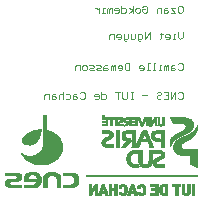
<source format=gbo>
G04 Layer_Color=32896*
%FSLAX44Y44*%
%MOMM*%
G71*
G01*
G75*
%ADD39C,0.0254*%
%ADD40C,0.1000*%
D39*
X181310Y212516D02*
X183088D01*
X197058D02*
X198836D01*
X234650D02*
X236428D01*
X153370Y212770D02*
X155148D01*
X158450D02*
X160482D01*
X161244D02*
X163530D01*
X167340D02*
X169626D01*
X170388D02*
X172420D01*
X175214D02*
X177500D01*
X180548D02*
X183850D01*
X186136D02*
X188168D01*
X192232D02*
X194264D01*
X196296D02*
X199598D01*
X205440D02*
X211790D01*
X215346D02*
X220172D01*
X226776D02*
X228808D01*
X233888D02*
X237190D01*
X240746D02*
X242778D01*
X153370Y213024D02*
X155402D01*
X158450D02*
X160482D01*
X161498D02*
X163530D01*
X167340D02*
X169372D01*
X170388D02*
X172420D01*
X175214D02*
X177246D01*
X180040D02*
X184104D01*
X186136D02*
X188422D01*
X191978D02*
X194264D01*
X195788D02*
X199852D01*
X205440D02*
X211790D01*
X214838D02*
X220172D01*
X226776D02*
X228808D01*
X233380D02*
X237698D01*
X240746D02*
X242778D01*
X153370Y213278D02*
X155402D01*
X158450D02*
X160482D01*
X161498D02*
X163530D01*
X167340D02*
X169372D01*
X170388D02*
X172420D01*
X175214D02*
X177246D01*
X179786D02*
X184612D01*
X186136D02*
X188422D01*
X191978D02*
X194264D01*
X195534D02*
X200360D01*
X205440D02*
X211790D01*
X214584D02*
X220172D01*
X226776D02*
X228808D01*
X233126D02*
X237952D01*
X240746D02*
X242778D01*
X153370Y213532D02*
X155656D01*
X158450D02*
X160482D01*
X161498D02*
X163784D01*
X167086D02*
X169372D01*
X170388D02*
X172420D01*
X175214D02*
X177246D01*
X179532D02*
X184866D01*
X186390D02*
X188422D01*
X191978D02*
X194010D01*
X195280D02*
X200614D01*
X205440D02*
X211790D01*
X214330D02*
X220172D01*
X226776D02*
X228808D01*
X232872D02*
X238206D01*
X240746D02*
X242778D01*
X153370Y213786D02*
X155910D01*
X158450D02*
X160482D01*
X161752D02*
X163784D01*
X167086D02*
X169118D01*
X170388D02*
X172420D01*
X175214D02*
X177246D01*
X179278D02*
X185120D01*
X186390D02*
X188676D01*
X191724D02*
X194010D01*
X195026D02*
X200868D01*
X205440D02*
X211790D01*
X214076D02*
X220172D01*
X226776D02*
X228808D01*
X232618D02*
X238460D01*
X240746D02*
X242778D01*
X153370Y214040D02*
X155910D01*
X158450D02*
X160482D01*
X161752D02*
X163784D01*
X167086D02*
X169118D01*
X170388D02*
X172420D01*
X175214D02*
X177246D01*
X179024D02*
X185120D01*
X186644D02*
X188676D01*
X191724D02*
X193756D01*
X194772D02*
X200868D01*
X205440D02*
X211790D01*
X213822D02*
X220172D01*
X226776D02*
X228808D01*
X232618D02*
X238714D01*
X240746D02*
X242778D01*
X153370Y214294D02*
X156164D01*
X158450D02*
X160482D01*
X162006D02*
X168864D01*
X170388D02*
X172420D01*
X175214D02*
X177246D01*
X179024D02*
X181564D01*
X182580D02*
X185374D01*
X186644D02*
X193756D01*
X194772D02*
X197312D01*
X198328D02*
X201122D01*
X205440D02*
X211790D01*
X213822D02*
X220172D01*
X226776D02*
X228808D01*
X232364D02*
X234904D01*
X236174D02*
X238714D01*
X240746D02*
X242778D01*
X153370Y214548D02*
X156418D01*
X158450D02*
X160482D01*
X162006D02*
X168864D01*
X170388D02*
X172420D01*
X175214D02*
X177246D01*
X179024D02*
X181310D01*
X183088D02*
X185374D01*
X186644D02*
X193756D01*
X194518D02*
X197058D01*
X198836D02*
X201122D01*
X209758D02*
X211790D01*
X213568D02*
X216108D01*
X218140D02*
X220172D01*
X226776D02*
X228808D01*
X232364D02*
X234650D01*
X236682D02*
X238968D01*
X240746D02*
X242778D01*
X153370Y214802D02*
X156418D01*
X158450D02*
X160482D01*
X162006D02*
X168864D01*
X170388D02*
X172420D01*
X175214D02*
X177246D01*
X178770D02*
X181056D01*
X183342D02*
X185628D01*
X186898D02*
X193502D01*
X194518D02*
X196804D01*
X199090D02*
X201376D01*
X209758D02*
X211790D01*
X213568D02*
X215854D01*
X218140D02*
X220172D01*
X226776D02*
X228808D01*
X232110D02*
X234396D01*
X236682D02*
X238968D01*
X240746D02*
X242778D01*
X153370Y215056D02*
X156672D01*
X158450D02*
X160482D01*
X162260D02*
X168610D01*
X170388D02*
X172420D01*
X175214D02*
X177246D01*
X178770D02*
X180802D01*
X183342D02*
X185628D01*
X186898D02*
X193502D01*
X194518D02*
X196550D01*
X199090D02*
X201376D01*
X209758D02*
X211790D01*
X213568D02*
X215600D01*
X218140D02*
X220172D01*
X226776D02*
X228808D01*
X232110D02*
X234142D01*
X236936D02*
X238968D01*
X240746D02*
X242778D01*
X153370Y215310D02*
X156672D01*
X158450D02*
X160482D01*
X162260D02*
X168610D01*
X170388D02*
X172420D01*
X175214D02*
X177246D01*
X178770D02*
X180802D01*
X183596D02*
X185628D01*
X186898D02*
X193502D01*
X194518D02*
X196550D01*
X199090D02*
X201376D01*
X209758D02*
X211790D01*
X213314D02*
X215600D01*
X218140D02*
X220172D01*
X226776D02*
X228808D01*
X232110D02*
X234142D01*
X236936D02*
X238968D01*
X240746D02*
X242778D01*
X98630Y219166D02*
X107012D01*
X114886D02*
X118188D01*
X126316D02*
X129364D01*
X131650D02*
X138762D01*
X153370Y215564D02*
X156926D01*
X158450D02*
X160482D01*
X162260D02*
X168610D01*
X170388D02*
X172420D01*
X175214D02*
X177246D01*
X183596D02*
X185628D01*
X187152D02*
X193248D01*
X199344D02*
X201376D01*
X209758D02*
X211790D01*
X213314D02*
X215600D01*
X218140D02*
X220172D01*
X226776D02*
X228808D01*
X232110D02*
X234142D01*
X236936D02*
X238968D01*
X240746D02*
X242778D01*
X85676Y219420D02*
X96090D01*
X98630D02*
X108790D01*
X114886D02*
X118188D01*
X126316D02*
X129364D01*
X131650D02*
X140540D01*
X153370Y215818D02*
X157180D01*
X158450D02*
X160482D01*
X162514D02*
X168356D01*
X170388D02*
X172420D01*
X175214D02*
X177246D01*
X183596D02*
X185628D01*
X187152D02*
X193248D01*
X199344D02*
X201376D01*
X209758D02*
X211790D01*
X213314D02*
X215600D01*
X218140D02*
X220172D01*
X226776D02*
X228808D01*
X232110D02*
X234142D01*
X236936D02*
X238968D01*
X240746D02*
X242778D01*
X84914Y219674D02*
X96090D01*
X98630D02*
X109552D01*
X114886D02*
X118188D01*
X126316D02*
X129364D01*
X131650D02*
X141048D01*
X153370Y216072D02*
X157180D01*
X158450D02*
X160482D01*
X162514D02*
X164546D01*
X166324D02*
X168356D01*
X170388D02*
X172420D01*
X175214D02*
X177246D01*
X183596D02*
X185628D01*
X187152D02*
X189184D01*
X190962D02*
X193248D01*
X199344D02*
X201376D01*
X209758D02*
X211790D01*
X213314D02*
X215600D01*
X218140D02*
X220172D01*
X226776D02*
X228808D01*
X232110D02*
X234142D01*
X236936D02*
X238968D01*
X240746D02*
X242778D01*
X84406Y219928D02*
X96090D01*
X98630D02*
X110060D01*
X114886D02*
X118188D01*
X126316D02*
X129364D01*
X131650D02*
X142064D01*
X153370Y216326D02*
X157434D01*
X158450D02*
X160482D01*
X162514D02*
X164546D01*
X166324D02*
X168356D01*
X170388D02*
X172420D01*
X175214D02*
X177246D01*
X183596D02*
X185628D01*
X187406D02*
X189438D01*
X190962D02*
X192994D01*
X199344D02*
X201376D01*
X209758D02*
X211790D01*
X213314D02*
X215600D01*
X218140D02*
X220172D01*
X226776D02*
X228808D01*
X232110D02*
X234142D01*
X236936D02*
X238968D01*
X240746D02*
X242778D01*
X83898Y220182D02*
X96090D01*
X98630D02*
X110314D01*
X114886D02*
X118188D01*
X126316D02*
X129364D01*
X131650D02*
X142318D01*
X153370Y216580D02*
X157688D01*
X158450D02*
X160482D01*
X162768D02*
X164800D01*
X166070D02*
X168102D01*
X170388D02*
X177246D01*
X183596D02*
X185628D01*
X187406D02*
X189438D01*
X190962D02*
X192994D01*
X199344D02*
X201376D01*
X205948D02*
X211790D01*
X213314D02*
X215346D01*
X218140D02*
X220172D01*
X226776D02*
X228808D01*
X232110D02*
X234142D01*
X236936D02*
X238968D01*
X240746D02*
X242778D01*
X83644Y220436D02*
X96090D01*
X98630D02*
X110822D01*
X114886D02*
X118188D01*
X126316D02*
X129364D01*
X131650D02*
X142572D01*
X153370Y216834D02*
X155148D01*
X155402D02*
X157688D01*
X158450D02*
X160482D01*
X162768D02*
X164800D01*
X166070D02*
X168102D01*
X170388D02*
X177246D01*
X183596D02*
X185628D01*
X187660D02*
X189692D01*
X190708D02*
X192740D01*
X199344D02*
X201376D01*
X205948D02*
X211790D01*
X213314D02*
X215346D01*
X218140D02*
X220172D01*
X226776D02*
X228808D01*
X232110D02*
X234142D01*
X236936D02*
X238968D01*
X240746D02*
X242778D01*
X83390Y220690D02*
X96090D01*
X98630D02*
X111076D01*
X114886D02*
X118188D01*
X126316D02*
X129364D01*
X131650D02*
X142826D01*
X153370Y217088D02*
X155148D01*
X155656D02*
X157942D01*
X158450D02*
X160482D01*
X163022D02*
X164800D01*
X166070D02*
X167848D01*
X170388D02*
X177246D01*
X183596D02*
X185628D01*
X187660D02*
X189692D01*
X190708D02*
X192740D01*
X199344D02*
X201376D01*
X205948D02*
X211790D01*
X213314D02*
X215346D01*
X218140D02*
X220172D01*
X226776D02*
X228808D01*
X232110D02*
X234142D01*
X236936D02*
X238968D01*
X240746D02*
X242778D01*
X82882Y220944D02*
X96090D01*
X98630D02*
X111584D01*
X114886D02*
X118188D01*
X126316D02*
X129364D01*
X131650D02*
X143334D01*
X153370Y217342D02*
X155148D01*
X155656D02*
X158196D01*
X158450D02*
X160482D01*
X163022D02*
X165054D01*
X165816D02*
X167848D01*
X170388D02*
X177246D01*
X183596D02*
X185628D01*
X187660D02*
X189692D01*
X190708D02*
X192740D01*
X199344D02*
X201376D01*
X205948D02*
X211790D01*
X213314D02*
X215346D01*
X218140D02*
X220172D01*
X226776D02*
X228808D01*
X232110D02*
X234142D01*
X236936D02*
X238968D01*
X240746D02*
X242778D01*
X82628Y221198D02*
X96090D01*
X98630D02*
X111584D01*
X114886D02*
X118188D01*
X126316D02*
X129364D01*
X131650D02*
X143588D01*
X153370Y217596D02*
X155148D01*
X155910D02*
X158196D01*
X158450D02*
X160482D01*
X163022D02*
X165054D01*
X165816D02*
X167848D01*
X170388D02*
X177246D01*
X183596D02*
X185628D01*
X187914D02*
X189946D01*
X190454D02*
X192486D01*
X199344D02*
X201376D01*
X205948D02*
X211790D01*
X213314D02*
X215346D01*
X218140D02*
X220172D01*
X226776D02*
X228808D01*
X232110D02*
X234142D01*
X236936D02*
X238968D01*
X240746D02*
X242778D01*
X82628Y221452D02*
X96090D01*
X98376D02*
X111838D01*
X114886D02*
X118188D01*
X126316D02*
X129364D01*
X131650D02*
X143842D01*
X153370Y217850D02*
X155148D01*
X156164D02*
X160482D01*
X163276D02*
X165054D01*
X165816D02*
X167594D01*
X170388D02*
X177246D01*
X183596D02*
X185628D01*
X187914D02*
X189946D01*
X190454D02*
X192486D01*
X199344D02*
X201376D01*
X205948D02*
X211790D01*
X213314D02*
X215346D01*
X218140D02*
X220172D01*
X226776D02*
X228808D01*
X232110D02*
X234142D01*
X236936D02*
X238968D01*
X240746D02*
X242778D01*
X82628Y221706D02*
X87200D01*
X107266D02*
X112092D01*
X114886D02*
X118188D01*
X126316D02*
X129364D01*
X138762D02*
X144096D01*
X153370Y218104D02*
X155148D01*
X156164D02*
X160482D01*
X163276D02*
X165308D01*
X165562D02*
X167594D01*
X170388D02*
X177246D01*
X183596D02*
X185628D01*
X187914D02*
X189946D01*
X190454D02*
X192486D01*
X199344D02*
X201376D01*
X206202D02*
X211790D01*
X213314D02*
X215600D01*
X218140D02*
X220172D01*
X226776D02*
X228808D01*
X232110D02*
X234142D01*
X236936D02*
X238968D01*
X240746D02*
X242778D01*
X82628Y221960D02*
X86946D01*
X107520D02*
X112092D01*
X114886D02*
X118188D01*
X126316D02*
X129364D01*
X139016D02*
X144096D01*
X153370Y218358D02*
X155148D01*
X156418D02*
X160482D01*
X163276D02*
X165308D01*
X165562D02*
X167594D01*
X170388D02*
X172420D01*
X175214D02*
X177246D01*
X183596D02*
X185628D01*
X188168D02*
X189946D01*
X190200D02*
X192232D01*
X199344D02*
X201376D01*
X209758D02*
X211790D01*
X213314D02*
X215600D01*
X218140D02*
X220172D01*
X226776D02*
X228808D01*
X232110D02*
X234142D01*
X236936D02*
X238968D01*
X240746D02*
X242778D01*
X82628Y222214D02*
X86438D01*
X108028D02*
X112346D01*
X114886D02*
X118188D01*
X126316D02*
X129364D01*
X139778D02*
X144096D01*
X153370Y218612D02*
X155148D01*
X156672D02*
X160482D01*
X163530D02*
X165308D01*
X165562D02*
X167340D01*
X170388D02*
X172420D01*
X175214D02*
X177246D01*
X183596D02*
X185628D01*
X188168D02*
X192232D01*
X199344D02*
X201376D01*
X209758D02*
X211790D01*
X213314D02*
X215600D01*
X218140D02*
X220172D01*
X226776D02*
X228808D01*
X232110D02*
X234142D01*
X236936D02*
X238968D01*
X240746D02*
X242778D01*
X82628Y222468D02*
X86438D01*
X108282D02*
X112600D01*
X114886D02*
X118188D01*
X126316D02*
X129364D01*
X140032D02*
X144350D01*
X153370Y218866D02*
X155148D01*
X156672D02*
X160482D01*
X163530D02*
X167340D01*
X170388D02*
X172420D01*
X175214D02*
X177246D01*
X178770D02*
X180802D01*
X183596D02*
X185628D01*
X188168D02*
X192232D01*
X194264D02*
X196550D01*
X199344D02*
X201376D01*
X209758D02*
X211790D01*
X213314D02*
X215600D01*
X218140D02*
X220172D01*
X226776D02*
X228808D01*
X232110D02*
X234142D01*
X236936D02*
X238968D01*
X240746D02*
X242778D01*
X82628Y222722D02*
X86438D01*
X108790D02*
X112600D01*
X114886D02*
X118188D01*
X126316D02*
X129364D01*
X140286D02*
X144604D01*
X153370Y219120D02*
X155148D01*
X156926D02*
X160482D01*
X163530D02*
X167340D01*
X170388D02*
X172420D01*
X175214D02*
X177246D01*
X178770D02*
X180802D01*
X183342D02*
X185628D01*
X188422D02*
X191978D01*
X194518D02*
X196550D01*
X199090D02*
X201376D01*
X209758D02*
X211790D01*
X213314D02*
X215600D01*
X218140D02*
X220172D01*
X226776D02*
X228808D01*
X232110D02*
X234142D01*
X236936D02*
X238968D01*
X240746D02*
X242778D01*
X82628Y222976D02*
X86438D01*
X109044D02*
X112600D01*
X114886D02*
X118188D01*
X126316D02*
X129364D01*
X140540D02*
X144858D01*
X153370Y219374D02*
X155148D01*
X157180D02*
X160482D01*
X163784D02*
X167086D01*
X170388D02*
X172420D01*
X175214D02*
X177246D01*
X178770D02*
X181056D01*
X183342D02*
X185628D01*
X188422D02*
X191978D01*
X194518D02*
X196804D01*
X199090D02*
X201376D01*
X209758D02*
X211790D01*
X213568D02*
X215600D01*
X218140D02*
X220172D01*
X226776D02*
X228808D01*
X232110D02*
X234142D01*
X236936D02*
X238968D01*
X240746D02*
X242778D01*
X82628Y223230D02*
X86438D01*
X109044D02*
X112854D01*
X114886D02*
X118188D01*
X126316D02*
X129364D01*
X140794D02*
X144858D01*
X153370Y219628D02*
X155148D01*
X157180D02*
X160482D01*
X163784D02*
X167086D01*
X170388D02*
X172420D01*
X175214D02*
X177246D01*
X178770D02*
X181056D01*
X183088D02*
X185374D01*
X188676D02*
X191978D01*
X194518D02*
X196804D01*
X198836D02*
X201122D01*
X209758D02*
X211790D01*
X213568D02*
X215854D01*
X218140D02*
X220172D01*
X226776D02*
X228808D01*
X232110D02*
X234142D01*
X236936D02*
X238968D01*
X240746D02*
X242778D01*
X82628Y223484D02*
X86438D01*
X109298D02*
X112854D01*
X114886D02*
X118188D01*
X126316D02*
X129364D01*
X141048D02*
X144858D01*
X153370Y219882D02*
X155148D01*
X157434D02*
X160482D01*
X164038D02*
X166832D01*
X170388D02*
X172420D01*
X175214D02*
X177246D01*
X179024D02*
X181310D01*
X182834D02*
X185374D01*
X188676D02*
X191724D01*
X194772D02*
X197058D01*
X198582D02*
X201122D01*
X209758D02*
X211790D01*
X213568D02*
X216108D01*
X218140D02*
X220172D01*
X226776D02*
X228808D01*
X232110D02*
X234142D01*
X236936D02*
X238968D01*
X240746D02*
X242778D01*
X82628Y223738D02*
X86438D01*
X109552D02*
X113108D01*
X114886D02*
X118188D01*
X126316D02*
X129364D01*
X141048D02*
X144858D01*
X153370Y220136D02*
X155148D01*
X157434D02*
X160482D01*
X164038D02*
X166832D01*
X170388D02*
X172420D01*
X175214D02*
X177246D01*
X179024D02*
X185374D01*
X188676D02*
X191724D01*
X194772D02*
X201122D01*
X205440D02*
X211790D01*
X213822D02*
X220172D01*
X224236D02*
X231094D01*
X232110D02*
X234142D01*
X236936D02*
X238968D01*
X240746D02*
X242778D01*
X82628Y223992D02*
X86946D01*
X109552D02*
X113108D01*
X114886D02*
X118188D01*
X126316D02*
X129364D01*
X141048D02*
X144858D01*
X153370Y220390D02*
X155148D01*
X157688D02*
X160482D01*
X164038D02*
X166832D01*
X170388D02*
X172420D01*
X175214D02*
X177246D01*
X179278D02*
X185120D01*
X188930D02*
X191470D01*
X195026D02*
X200868D01*
X205440D02*
X211790D01*
X213822D02*
X220172D01*
X224236D02*
X231094D01*
X232110D02*
X234142D01*
X236936D02*
X238968D01*
X240746D02*
X242778D01*
X82628Y224246D02*
X87200D01*
X109552D02*
X113108D01*
X114886D02*
X118188D01*
X126316D02*
X129364D01*
X141048D02*
X144858D01*
X153370Y220644D02*
X155148D01*
X157942D02*
X160482D01*
X164292D02*
X166578D01*
X170388D02*
X172420D01*
X175214D02*
X177246D01*
X179278D02*
X184866D01*
X188930D02*
X191470D01*
X195026D02*
X200614D01*
X205440D02*
X211790D01*
X214076D02*
X220172D01*
X224236D02*
X231094D01*
X232110D02*
X234142D01*
X236936D02*
X238968D01*
X240746D02*
X242778D01*
X82628Y224500D02*
X91772D01*
X98376D02*
X113108D01*
X114886D02*
X118188D01*
X126316D02*
X129364D01*
X141302D02*
X144858D01*
X153370Y220898D02*
X155148D01*
X157942D02*
X160482D01*
X164292D02*
X166578D01*
X170388D02*
X172420D01*
X175214D02*
X177246D01*
X179532D02*
X184612D01*
X188930D02*
X191470D01*
X195280D02*
X200360D01*
X205440D02*
X211790D01*
X214330D02*
X220172D01*
X224236D02*
X231094D01*
X232110D02*
X234142D01*
X236936D02*
X238968D01*
X240746D02*
X242778D01*
X83136Y224754D02*
X94058D01*
X98376D02*
X113108D01*
X114886D02*
X118188D01*
X126316D02*
X129364D01*
X141302D02*
X144858D01*
X153370Y221152D02*
X155148D01*
X158196D02*
X160482D01*
X164292D02*
X166578D01*
X170388D02*
X172420D01*
X175214D02*
X177246D01*
X179786D02*
X184358D01*
X189184D02*
X191216D01*
X195534D02*
X200106D01*
X205440D02*
X211790D01*
X214584D02*
X220172D01*
X224236D02*
X231094D01*
X232110D02*
X234142D01*
X236936D02*
X238968D01*
X240746D02*
X242778D01*
X83136Y225008D02*
X94312D01*
X98376D02*
X113108D01*
X114886D02*
X118188D01*
X126316D02*
X129364D01*
X141302D02*
X144858D01*
X153370Y221406D02*
X155148D01*
X158450D02*
X160482D01*
X164546D02*
X166324D01*
X170388D02*
X172420D01*
X175214D02*
X177246D01*
X180294D02*
X184104D01*
X189184D02*
X191216D01*
X196042D02*
X199852D01*
X205440D02*
X211790D01*
X214838D02*
X220172D01*
X224236D02*
X231094D01*
X232110D02*
X234142D01*
X236936D02*
X238968D01*
X240746D02*
X242778D01*
X83390Y225262D02*
X95074D01*
X98376D02*
X113108D01*
X114886D02*
X118188D01*
X126316D02*
X129364D01*
X141302D02*
X144858D01*
X153370Y221660D02*
X155148D01*
X158450D02*
X160482D01*
X164546D02*
X166324D01*
X170388D02*
X172420D01*
X175214D02*
X177500D01*
X180802D02*
X183596D01*
X189184D02*
X191216D01*
X196550D02*
X199344D01*
X205440D02*
X211790D01*
X215346D02*
X220172D01*
X224236D02*
X231094D01*
X232110D02*
X234142D01*
X236936D02*
X238968D01*
X240746D02*
X242778D01*
X83644Y225516D02*
X95328D01*
X98376D02*
X113108D01*
X114886D02*
X118188D01*
X126316D02*
X129364D01*
X141302D02*
X144858D01*
X84152Y225770D02*
X95836D01*
X98376D02*
X113108D01*
X114886D02*
X118188D01*
X126316D02*
X129364D01*
X141302D02*
X144858D01*
X84406Y226024D02*
X95836D01*
X98376D02*
X113108D01*
X114886D02*
X118442D01*
X126316D02*
X129364D01*
X141302D02*
X144858D01*
X85422Y226278D02*
X96090D01*
X98376D02*
X113108D01*
X114886D02*
X118442D01*
X126316D02*
X129364D01*
X141302D02*
X144858D01*
X86184Y226532D02*
X96090D01*
X98376D02*
X113108D01*
X114886D02*
X118442D01*
X126316D02*
X129364D01*
X141302D02*
X144858D01*
X91772Y226786D02*
X96090D01*
X98376D02*
X101932D01*
X109552D02*
X113108D01*
X114886D02*
X118442D01*
X126062D02*
X129364D01*
X141048D02*
X144858D01*
X92280Y227040D02*
X96090D01*
X98376D02*
X101932D01*
X109552D02*
X113108D01*
X115140D02*
X118442D01*
X126062D02*
X129364D01*
X141048D02*
X144858D01*
X92534Y227294D02*
X96344D01*
X98376D02*
X101932D01*
X109552D02*
X112854D01*
X115140D02*
X118442D01*
X126062D02*
X129364D01*
X141048D02*
X144858D01*
X92534Y227548D02*
X96344D01*
X98376D02*
X101932D01*
X109552D02*
X112854D01*
X115140D02*
X118442D01*
X125808D02*
X129364D01*
X140794D02*
X144858D01*
X92534Y227802D02*
X96344D01*
X98376D02*
X101932D01*
X109552D02*
X112854D01*
X115140D02*
X118696D01*
X125808D02*
X129364D01*
X140794D02*
X144858D01*
X92534Y228056D02*
X96344D01*
X98630D02*
X101932D01*
X109298D02*
X112600D01*
X115140D02*
X118696D01*
X125554D02*
X129364D01*
X140286D02*
X144604D01*
X92534Y228310D02*
X96344D01*
X98630D02*
X102186D01*
X109298D02*
X112600D01*
X115140D02*
X118696D01*
X125554D02*
X129364D01*
X140286D02*
X144604D01*
X92534Y228564D02*
X96344D01*
X98630D02*
X102440D01*
X109044D02*
X112600D01*
X115394D02*
X119204D01*
X125300D02*
X129364D01*
X140286D02*
X144350D01*
X92280Y228818D02*
X96090D01*
X98884D02*
X102694D01*
X108790D02*
X112092D01*
X115648D02*
X119712D01*
X124792D02*
X128856D01*
X139524D02*
X144096D01*
X91772Y229072D02*
X96090D01*
X99138D02*
X102694D01*
X108536D02*
X112092D01*
X115648D02*
X119966D01*
X124538D02*
X128856D01*
X139016D02*
X144096D01*
X90502Y229326D02*
X96090D01*
X99392D02*
X102948D01*
X108028D02*
X111838D01*
X115902D02*
X120474D01*
X124030D02*
X128856D01*
X137746D02*
X143842D01*
X82882Y229580D02*
X96090D01*
X99392D02*
X103710D01*
X107774D02*
X111838D01*
X115902D02*
X120982D01*
X123268D02*
X128602D01*
X131650D02*
X143588D01*
X82882Y229834D02*
X96090D01*
X99646D02*
X104218D01*
X107266D02*
X111584D01*
X116156D02*
X128348D01*
X131650D02*
X143334D01*
X82882Y230088D02*
X96090D01*
X99900D02*
X105234D01*
X105742D02*
X111584D01*
X116156D02*
X128094D01*
X131650D02*
X143334D01*
X82882Y230342D02*
X95836D01*
X100154D02*
X111330D01*
X116410D02*
X127840D01*
X131650D02*
X142826D01*
X82882Y230596D02*
X95074D01*
X100662D02*
X110568D01*
X116918D02*
X127332D01*
X131650D02*
X142318D01*
X82882Y230850D02*
X94820D01*
X100662D02*
X110314D01*
X117426D02*
X127078D01*
X131650D02*
X142064D01*
X82882Y231104D02*
X94058D01*
X101170D02*
X110060D01*
X117934D02*
X126824D01*
X131650D02*
X141302D01*
X82882Y231358D02*
X93804D01*
X101678D02*
X109552D01*
X118188D02*
X126316D01*
X131650D02*
X140794D01*
X82882Y231612D02*
X92026D01*
X102694D02*
X108790D01*
X118950D02*
X125300D01*
X131650D02*
X139270D01*
X102948Y231866D02*
X108536D01*
X119458D02*
X125046D01*
X150830Y229026D02*
X245572D01*
X150830Y229280D02*
X245572D01*
X150830Y229534D02*
X245572D01*
X150830Y229788D02*
X245572D01*
X111330Y238470D02*
X114886D01*
X109044Y238724D02*
X116918D01*
X108282Y238978D02*
X117680D01*
X107266Y239232D02*
X118696D01*
X106758Y239486D02*
X119458D01*
X105742Y239740D02*
X120220D01*
X200360Y236138D02*
X201884D01*
X105234Y239994D02*
X120474D01*
X191216Y236392D02*
X194518D01*
X199090D02*
X203154D01*
X210520D02*
X217378D01*
X104472Y240248D02*
X121744D01*
X189946Y236646D02*
X195534D01*
X198582D02*
X203916D01*
X209758D02*
X217378D01*
X244556D02*
X245064D01*
X103710Y240502D02*
X122506D01*
X189184Y236900D02*
X195788D01*
X198074D02*
X204424D01*
X209504D02*
X217378D01*
X244048D02*
X245064D01*
X103456Y240756D02*
X122506D01*
X188676Y237154D02*
X195534D01*
X197566D02*
X204678D01*
X208996D02*
X217378D01*
X243540D02*
X245064D01*
X102694Y241010D02*
X123014D01*
X188168Y237408D02*
X195534D01*
X197312D02*
X205186D01*
X208742D02*
X217378D01*
X242778D02*
X245064D01*
X102694Y241264D02*
X123268D01*
X187914Y237662D02*
X195280D01*
X197058D02*
X205440D01*
X208488D02*
X217378D01*
X242270D02*
X245064D01*
X101932Y241518D02*
X123776D01*
X187660Y237916D02*
X195280D01*
X196804D02*
X205694D01*
X208488D02*
X217378D01*
X241762D02*
X245064D01*
X101932Y241772D02*
X124284D01*
X187406Y238170D02*
X195026D01*
X196550D02*
X205948D01*
X208234D02*
X217378D01*
X241000D02*
X245064D01*
X101424Y242026D02*
X124538D01*
X187152Y238424D02*
X195026D01*
X196296D02*
X205948D01*
X208234D02*
X217378D01*
X240492D02*
X245064D01*
X100662Y242280D02*
X125046D01*
X186898Y238678D02*
X194772D01*
X196296D02*
X200106D01*
X202392D02*
X206202D01*
X207980D02*
X217124D01*
X239984D02*
X245064D01*
X100662Y242534D02*
X125300D01*
X186644Y238932D02*
X190962D01*
X196042D02*
X199598D01*
X202900D02*
X206202D01*
X207980D02*
X211028D01*
X239476D02*
X245064D01*
X100408Y242788D02*
X125554D01*
X186390Y239186D02*
X190200D01*
X196042D02*
X199090D01*
X203408D02*
X206456D01*
X207980D02*
X210520D01*
X239476D02*
X245064D01*
X100154Y243042D02*
X125808D01*
X186390Y239440D02*
X189946D01*
X195788D02*
X198836D01*
X203662D02*
X206456D01*
X207726D02*
X210520D01*
X239476D02*
X245064D01*
X99900Y243296D02*
X126316D01*
X186136Y239694D02*
X189692D01*
X195788D02*
X198836D01*
X203662D02*
X206710D01*
X207726D02*
X210520D01*
X239476D02*
X245064D01*
X99646Y243550D02*
X126316D01*
X186136Y239948D02*
X189438D01*
X195788D02*
X198582D01*
X203916D02*
X206710D01*
X207726D02*
X210520D01*
X239476D02*
X245064D01*
X99392Y243804D02*
X126824D01*
X185882Y240202D02*
X189184D01*
X195788D02*
X198582D01*
X203916D02*
X206710D01*
X207726D02*
X210520D01*
X239476D02*
X245064D01*
X99138Y244058D02*
X127078D01*
X185882Y240456D02*
X188930D01*
X195534D02*
X198582D01*
X203916D02*
X206710D01*
X207726D02*
X210520D01*
X239476D02*
X245064D01*
X98630Y244312D02*
X127332D01*
X185882Y240710D02*
X188676D01*
X195534D02*
X198582D01*
X203916D02*
X206710D01*
X207726D02*
X210520D01*
X239476D02*
X245064D01*
X98376Y244566D02*
X127332D01*
X185628Y240964D02*
X188676D01*
X195534D02*
X198582D01*
X203916D02*
X206710D01*
X207726D02*
X210774D01*
X239476D02*
X245064D01*
X98376Y244820D02*
X127586D01*
X185628Y241218D02*
X188676D01*
X195534D02*
X198582D01*
X204170D02*
X206710D01*
X207980D02*
X211028D01*
X239476D02*
X245064D01*
X98376Y245074D02*
X127840D01*
X185628Y241472D02*
X188422D01*
X195534D02*
X198582D01*
X204170D02*
X206710D01*
X207980D02*
X211536D01*
X239476D02*
X245064D01*
X98122Y245328D02*
X128094D01*
X185628Y241726D02*
X188422D01*
X195534D02*
X198582D01*
X204170D02*
X206710D01*
X208234D02*
X211790D01*
X239476D02*
X245064D01*
X97868Y245582D02*
X128094D01*
X185374Y241980D02*
X188422D01*
X195534D02*
X198582D01*
X204170D02*
X206710D01*
X208234D02*
X212298D01*
X239476D02*
X245064D01*
X97614Y245836D02*
X128348D01*
X185374Y242234D02*
X188168D01*
X195534D02*
X198582D01*
X204170D02*
X206710D01*
X208488D02*
X212806D01*
X239476D02*
X245064D01*
X97360Y246090D02*
X100662D01*
X106504D02*
X128856D01*
X185374Y242488D02*
X188168D01*
X195534D02*
X198582D01*
X204170D02*
X206710D01*
X208488D02*
X213314D01*
X239476D02*
X245064D01*
X97106Y246344D02*
X99392D01*
X107266D02*
X128856D01*
X185374Y242742D02*
X188168D01*
X195534D02*
X198582D01*
X204170D02*
X206710D01*
X208742D02*
X214076D01*
X239476D02*
X245064D01*
X96852Y246598D02*
X98884D01*
X107774D02*
X129110D01*
X185374Y242996D02*
X188168D01*
X195534D02*
X198582D01*
X204170D02*
X206710D01*
X208996D02*
X214330D01*
X239476D02*
X245064D01*
X96852Y246852D02*
X98376D01*
X108536D02*
X129364D01*
X185374Y243250D02*
X188168D01*
X195534D02*
X198582D01*
X204170D02*
X206710D01*
X209250D02*
X214838D01*
X239476D02*
X245064D01*
X96852Y247106D02*
X98122D01*
X108790D02*
X129364D01*
X185374Y243504D02*
X188168D01*
X195534D02*
X198582D01*
X204170D02*
X206710D01*
X209758D02*
X215346D01*
X239476D02*
X245064D01*
X96598Y247360D02*
X97360D01*
X109552D02*
X129364D01*
X185374Y243758D02*
X188168D01*
X195534D02*
X198582D01*
X204170D02*
X206710D01*
X210012D02*
X215600D01*
X239476D02*
X245064D01*
X96344Y247614D02*
X97106D01*
X109552D02*
X129364D01*
X185374Y244012D02*
X188168D01*
X195534D02*
X198582D01*
X204170D02*
X206710D01*
X210520D02*
X215854D01*
X239476D02*
X245064D01*
X96090Y247868D02*
X96852D01*
X110060D02*
X129618D01*
X185374Y244266D02*
X188168D01*
X195534D02*
X198582D01*
X204170D02*
X206710D01*
X211028D02*
X216108D01*
X239476D02*
X245064D01*
X110822Y248122D02*
X129872D01*
X185374Y244520D02*
X188168D01*
X195534D02*
X198582D01*
X204170D02*
X206710D01*
X211536D02*
X216362D01*
X239476D02*
X245064D01*
X111076Y248376D02*
X129872D01*
X185374Y244774D02*
X188422D01*
X195534D02*
X198582D01*
X204170D02*
X206710D01*
X212044D02*
X216616D01*
X239476D02*
X245064D01*
X111330Y248630D02*
X129872D01*
X185374Y245028D02*
X188422D01*
X195534D02*
X198582D01*
X204170D02*
X206710D01*
X212552D02*
X216870D01*
X239476D02*
X245064D01*
X111330Y248884D02*
X129872D01*
X185628Y245282D02*
X188422D01*
X195534D02*
X198582D01*
X204170D02*
X206710D01*
X213060D02*
X216870D01*
X239476D02*
X245064D01*
X111838Y249138D02*
X130126D01*
X185628Y245536D02*
X188676D01*
X195534D02*
X198582D01*
X204170D02*
X206710D01*
X213568D02*
X217124D01*
X239476D02*
X245064D01*
X111838Y249392D02*
X130126D01*
X185628Y245790D02*
X188676D01*
X195534D02*
X198582D01*
X204170D02*
X206710D01*
X213822D02*
X217124D01*
X239476D02*
X245064D01*
X112346Y249646D02*
X130380D01*
X185882Y246044D02*
X188930D01*
X195534D02*
X198582D01*
X204170D02*
X206710D01*
X214330D02*
X217124D01*
X239476D02*
X245064D01*
X112346Y249900D02*
X130380D01*
X185882Y246298D02*
X188930D01*
X195534D02*
X198582D01*
X204170D02*
X206710D01*
X214330D02*
X217124D01*
X239476D02*
X245064D01*
X112600Y250154D02*
X130634D01*
X185882Y246552D02*
X189184D01*
X195534D02*
X198582D01*
X204170D02*
X206710D01*
X214584D02*
X217124D01*
X232110D02*
X245064D01*
X113108Y250408D02*
X130634D01*
X186136Y246806D02*
X189438D01*
X195534D02*
X198582D01*
X204170D02*
X206710D01*
X214584D02*
X217124D01*
X230586D02*
X245064D01*
X113108Y250662D02*
X130634D01*
X186136Y247060D02*
X189692D01*
X195534D02*
X198582D01*
X204170D02*
X206710D01*
X214584D02*
X217124D01*
X229824D02*
X245064D01*
X113362Y250916D02*
X130634D01*
X186390Y247314D02*
X189946D01*
X195534D02*
X198582D01*
X204170D02*
X206710D01*
X214584D02*
X217124D01*
X229062D02*
X245064D01*
X113616Y251170D02*
X130634D01*
X186390Y247568D02*
X190454D01*
X195534D02*
X198582D01*
X204170D02*
X206710D01*
X214330D02*
X217124D01*
X228554D02*
X245064D01*
X113870Y251424D02*
X130634D01*
X186644Y247822D02*
X191216D01*
X195534D02*
X198582D01*
X204170D02*
X206710D01*
X214076D02*
X217124D01*
X228046D02*
X245064D01*
X113870Y251678D02*
X130634D01*
X186898Y248076D02*
X198582D01*
X204170D02*
X206710D01*
X208234D02*
X216870D01*
X227792D02*
X245064D01*
X113870Y251932D02*
X130888D01*
X187152Y248330D02*
X198582D01*
X204170D02*
X206710D01*
X207980D02*
X216870D01*
X227538D02*
X245064D01*
X114124Y252186D02*
X130888D01*
X187406Y248584D02*
X198582D01*
X204170D02*
X206710D01*
X207980D02*
X216870D01*
X227030D02*
X245064D01*
X113870Y252440D02*
X130888D01*
X187660Y248838D02*
X198582D01*
X204170D02*
X206710D01*
X207980D02*
X216616D01*
X226776D02*
X245064D01*
X114378Y252694D02*
X130888D01*
X187914Y249092D02*
X198582D01*
X204170D02*
X206710D01*
X207980D02*
X216362D01*
X226776D02*
X245064D01*
X114378Y252948D02*
X130888D01*
X188168Y249346D02*
X198582D01*
X204170D02*
X206710D01*
X207980D02*
X216108D01*
X226522D02*
X245064D01*
X114378Y253202D02*
X130888D01*
X188422Y249600D02*
X198582D01*
X204170D02*
X206710D01*
X207980D02*
X215854D01*
X226268D02*
X245064D01*
X114378Y253456D02*
X130888D01*
X188930Y249854D02*
X198582D01*
X204170D02*
X206710D01*
X207980D02*
X215600D01*
X226014D02*
X245064D01*
X114632Y253710D02*
X130888D01*
X189438Y250108D02*
X198582D01*
X204170D02*
X206710D01*
X207980D02*
X215092D01*
X226014D02*
X245064D01*
X114886Y253964D02*
X130888D01*
X190200Y250362D02*
X198582D01*
X204170D02*
X206710D01*
X207980D02*
X214330D01*
X225760D02*
X245064D01*
X114886Y254218D02*
X130888D01*
X225760Y250616D02*
X245064D01*
X114886Y254472D02*
X130888D01*
X225760Y250870D02*
X245064D01*
X114886Y254726D02*
X130888D01*
X225506Y251124D02*
X245064D01*
X115140Y254980D02*
X130888D01*
X225506Y251378D02*
X245064D01*
X103202Y255234D02*
X103456D01*
X115140D02*
X130888D01*
X225506Y251632D02*
X245064D01*
X100662Y255488D02*
X104980D01*
X115140D02*
X130634D01*
X225252Y251886D02*
X233380D01*
X100154Y255742D02*
X105234D01*
X115140D02*
X130634D01*
X225252Y252140D02*
X232618D01*
X98884Y255996D02*
X106504D01*
X115140D02*
X130634D01*
X225252Y252394D02*
X232110D01*
X98376Y256250D02*
X107012D01*
X115140D02*
X130634D01*
X225252Y252648D02*
X231856D01*
X98376Y256504D02*
X107266D01*
X115140D02*
X130634D01*
X225252Y252902D02*
X231856D01*
X97868Y256758D02*
X107520D01*
X115140D02*
X130380D01*
X176230Y253156D02*
X179024D01*
X181056D02*
X181310D01*
X206202D02*
X207980D01*
X225252D02*
X231602D01*
X97614Y257012D02*
X108028D01*
X115140D02*
X130380D01*
X167086Y253410D02*
X173944D01*
X176230D02*
X179278D01*
X181056D02*
X184358D01*
X189692D02*
X192486D01*
X192740D02*
X195534D01*
X204932D02*
X207980D01*
X214838D02*
X217378D01*
X225252D02*
X231602D01*
X97614Y257266D02*
X108028D01*
X115140D02*
X130380D01*
X166578Y253664D02*
X173944D01*
X176230D02*
X179278D01*
X181310D02*
X184612D01*
X189946D02*
X192486D01*
X192740D02*
X195534D01*
X204932D02*
X207726D01*
X214838D02*
X217378D01*
X222204D02*
X222458D01*
X225252D02*
X231348D01*
X97360Y257520D02*
X108282D01*
X115140D02*
X130126D01*
X166070Y253918D02*
X173944D01*
X176230D02*
X179278D01*
X181564D02*
X184866D01*
X189946D02*
X192486D01*
X192740D02*
X195788D01*
X204932D02*
X207726D01*
X214838D02*
X217378D01*
X222204D02*
X222712D01*
X225252D02*
X231348D01*
X97106Y257774D02*
X108790D01*
X115140D02*
X130126D01*
X165816Y254172D02*
X173944D01*
X176230D02*
X179278D01*
X181818D02*
X185120D01*
X189946D02*
X192486D01*
X192994D02*
X195788D01*
X204678D02*
X207726D01*
X214838D02*
X217378D01*
X222204D02*
X222712D01*
X225252D02*
X231348D01*
X96852Y258028D02*
X109298D01*
X115140D02*
X129872D01*
X165308Y254426D02*
X173944D01*
X176230D02*
X179278D01*
X182072D02*
X185374D01*
X189946D02*
X192486D01*
X192994D02*
X196042D01*
X204678D02*
X207472D01*
X214838D02*
X217378D01*
X221950D02*
X222712D01*
X225252D02*
X231348D01*
X96852Y258282D02*
X109552D01*
X115140D02*
X129872D01*
X165308Y254680D02*
X173944D01*
X176230D02*
X179278D01*
X182326D02*
X185628D01*
X189946D02*
X192486D01*
X193248D02*
X196042D01*
X204424D02*
X207472D01*
X214838D02*
X217378D01*
X221950D02*
X222712D01*
X225252D02*
X231348D01*
X96852Y258536D02*
X109552D01*
X115140D02*
X129618D01*
X165054Y254934D02*
X173944D01*
X176230D02*
X179278D01*
X182580D02*
X185882D01*
X189946D02*
X192486D01*
X193248D02*
X196296D01*
X204424D02*
X207218D01*
X214838D02*
X217378D01*
X221950D02*
X222712D01*
X225252D02*
X231348D01*
X96852Y258790D02*
X109552D01*
X115140D02*
X129618D01*
X164800Y255188D02*
X173944D01*
X176230D02*
X179278D01*
X182580D02*
X186136D01*
X189946D02*
X192486D01*
X193502D02*
X196296D01*
X204424D02*
X207218D01*
X214838D02*
X217378D01*
X221950D02*
X222966D01*
X225506D02*
X231602D01*
X96852Y259044D02*
X109806D01*
X115140D02*
X129364D01*
X164800Y255442D02*
X173944D01*
X176230D02*
X179278D01*
X182834D02*
X186136D01*
X189946D02*
X192486D01*
X193502D02*
X196296D01*
X204170D02*
X207218D01*
X214838D02*
X217378D01*
X221950D02*
X222966D01*
X225506D02*
X231602D01*
X96852Y259298D02*
X110060D01*
X115140D02*
X129364D01*
X164546Y255696D02*
X173944D01*
X176230D02*
X179278D01*
X183088D02*
X186390D01*
X189946D02*
X192486D01*
X193756D02*
X196550D01*
X204170D02*
X206964D01*
X214838D02*
X217378D01*
X221950D02*
X223220D01*
X225506D02*
X231602D01*
X96852Y259552D02*
X110060D01*
X115140D02*
X129364D01*
X164546Y255950D02*
X167594D01*
X176230D02*
X179278D01*
X183342D02*
X186644D01*
X189946D02*
X192486D01*
X193756D02*
X196550D01*
X204170D02*
X206964D01*
X214838D02*
X217378D01*
X221950D02*
X223220D01*
X225506D02*
X231856D01*
X96852Y259806D02*
X110314D01*
X115140D02*
X129364D01*
X164546Y256204D02*
X167086D01*
X176230D02*
X179278D01*
X183596D02*
X186898D01*
X189946D02*
X192486D01*
X193756D02*
X196804D01*
X203916D02*
X206710D01*
X214838D02*
X217378D01*
X221950D02*
X223474D01*
X225760D02*
X232110D01*
X97106Y260060D02*
X110568D01*
X115140D02*
X129110D01*
X164546Y256458D02*
X167086D01*
X176230D02*
X179278D01*
X183850D02*
X187152D01*
X189946D02*
X192486D01*
X194010D02*
X196804D01*
X203916D02*
X206710D01*
X214838D02*
X217378D01*
X221950D02*
X223474D01*
X225760D02*
X232364D01*
X97106Y260314D02*
X110822D01*
X115140D02*
X128856D01*
X164546Y256712D02*
X167086D01*
X176230D02*
X179278D01*
X184104D02*
X187406D01*
X189946D02*
X192486D01*
X194010D02*
X197058D01*
X203662D02*
X206456D01*
X214838D02*
X217378D01*
X221950D02*
X223728D01*
X226014D02*
X232618D01*
X97360Y260568D02*
X110822D01*
X115140D02*
X128856D01*
X164292Y256966D02*
X166832D01*
X176230D02*
X179278D01*
X184358D02*
X187660D01*
X189946D02*
X192486D01*
X194264D02*
X197058D01*
X203662D02*
X206456D01*
X214838D02*
X217378D01*
X221950D02*
X223728D01*
X226014D02*
X233126D01*
X97614Y260822D02*
X111076D01*
X115140D02*
X128602D01*
X164292Y257220D02*
X166832D01*
X176230D02*
X179278D01*
X184612D02*
X187914D01*
X189946D02*
X192486D01*
X194264D02*
X197312D01*
X203662D02*
X206456D01*
X214838D02*
X217378D01*
X221950D02*
X223982D01*
X226268D02*
X233380D01*
X97614Y261076D02*
X111330D01*
X115140D02*
X128348D01*
X164292Y257474D02*
X167086D01*
X176230D02*
X179278D01*
X184866D02*
X188168D01*
X189946D02*
X192486D01*
X194518D02*
X197312D01*
X203408D02*
X206202D01*
X214838D02*
X217378D01*
X221950D02*
X224236D01*
X226522D02*
X233888D01*
X97868Y261330D02*
X111330D01*
X115140D02*
X128094D01*
X164546Y257728D02*
X167086D01*
X176230D02*
X179278D01*
X185120D02*
X188422D01*
X189946D02*
X192486D01*
X194518D02*
X197312D01*
X203408D02*
X206202D01*
X214838D02*
X217378D01*
X221950D02*
X224236D01*
X226522D02*
X234396D01*
X98122Y261584D02*
X111330D01*
X115140D02*
X128094D01*
X164546Y257982D02*
X167340D01*
X176230D02*
X179278D01*
X185374D02*
X188676D01*
X189946D02*
X192486D01*
X194772D02*
X205948D01*
X214838D02*
X217378D01*
X222204D02*
X224490D01*
X226776D02*
X234904D01*
X98376Y261838D02*
X111584D01*
X115140D02*
X127586D01*
X164546Y258236D02*
X167594D01*
X176230D02*
X179278D01*
X185628D02*
X188930D01*
X189946D02*
X192486D01*
X194772D02*
X205948D01*
X214838D02*
X217378D01*
X222204D02*
X224744D01*
X227030D02*
X235412D01*
X98376Y262092D02*
X111584D01*
X115140D02*
X127332D01*
X164546Y258490D02*
X167848D01*
X176230D02*
X179278D01*
X185882D02*
X189184D01*
X189946D02*
X192486D01*
X195026D02*
X205948D01*
X210012D02*
X214076D01*
X214838D02*
X217378D01*
X222204D02*
X224998D01*
X227284D02*
X235920D01*
X98630Y262346D02*
X111584D01*
X115140D02*
X127332D01*
X164800Y258744D02*
X168356D01*
X176230D02*
X179278D01*
X184612D02*
X189184D01*
X189946D02*
X192486D01*
X195026D02*
X205694D01*
X209250D02*
X214076D01*
X214838D02*
X217378D01*
X222204D02*
X225252D01*
X227538D02*
X236428D01*
X98884Y262600D02*
X111838D01*
X115140D02*
X127078D01*
X164800Y258998D02*
X168864D01*
X176230D02*
X179278D01*
X183850D02*
X188930D01*
X189946D02*
X192486D01*
X195280D02*
X205694D01*
X208488D02*
X213822D01*
X214838D02*
X217378D01*
X222458D02*
X225506D01*
X227792D02*
X236936D01*
X99138Y262854D02*
X111838D01*
X115140D02*
X127078D01*
X165054Y259252D02*
X169372D01*
X176230D02*
X179278D01*
X183342D02*
X188930D01*
X189946D02*
X192486D01*
X195280D02*
X205440D01*
X208234D02*
X213822D01*
X214838D02*
X217378D01*
X222458D02*
X225760D01*
X228046D02*
X237444D01*
X99392Y263108D02*
X111838D01*
X115140D02*
X126570D01*
X165308Y259506D02*
X169880D01*
X176230D02*
X179278D01*
X182834D02*
X188930D01*
X189946D02*
X192486D01*
X195280D02*
X205440D01*
X207726D02*
X213822D01*
X214838D02*
X217378D01*
X222458D02*
X226014D01*
X228300D02*
X237698D01*
X99646Y263362D02*
X111838D01*
X115140D02*
X126316D01*
X165308Y259760D02*
X170388D01*
X176230D02*
X179278D01*
X182580D02*
X188676D01*
X189946D02*
X192486D01*
X195534D02*
X205440D01*
X207472D02*
X213568D01*
X214838D02*
X217378D01*
X222712D02*
X226268D01*
X228808D02*
X238206D01*
X100154Y263616D02*
X112092D01*
X115140D02*
X126062D01*
X165562Y260014D02*
X170896D01*
X176230D02*
X179278D01*
X182326D02*
X188676D01*
X189946D02*
X192486D01*
X195534D02*
X205186D01*
X207218D02*
X213568D01*
X214838D02*
X217378D01*
X222712D02*
X226522D01*
X229062D02*
X238714D01*
X100662Y263870D02*
X112092D01*
X115140D02*
X125554D01*
X165816Y260268D02*
X171404D01*
X176230D02*
X179278D01*
X182072D02*
X188676D01*
X189946D02*
X192486D01*
X195788D02*
X198582D01*
X202392D02*
X205186D01*
X206964D02*
X213568D01*
X214838D02*
X217378D01*
X222966D02*
X227030D01*
X229570D02*
X238968D01*
X100662Y264124D02*
X112346D01*
X115140D02*
X125300D01*
X166324Y260522D02*
X171912D01*
X176230D02*
X179278D01*
X181818D02*
X188422D01*
X189946D02*
X192486D01*
X195788D02*
X198582D01*
X202138D02*
X204932D01*
X206710D02*
X213314D01*
X214838D02*
X217378D01*
X222966D02*
X227284D01*
X229824D02*
X239476D01*
X100916Y264378D02*
X112346D01*
X115140D02*
X125046D01*
X166578Y260776D02*
X172166D01*
X176230D02*
X179278D01*
X181818D02*
X186390D01*
X189946D02*
X192486D01*
X196042D02*
X198836D01*
X202138D02*
X204932D01*
X206710D02*
X211028D01*
X214838D02*
X217378D01*
X223220D02*
X227792D01*
X230332D02*
X239730D01*
X101170Y264632D02*
X112346D01*
X115140D02*
X124792D01*
X167086Y261030D02*
X172420D01*
X176230D02*
X179278D01*
X181564D02*
X185374D01*
X189946D02*
X192486D01*
X196042D02*
X198836D01*
X202138D02*
X204932D01*
X206456D02*
X210012D01*
X214838D02*
X217378D01*
X223474D02*
X228046D01*
X230840D02*
X239984D01*
X101424Y264886D02*
X112346D01*
X115140D02*
X124538D01*
X167594Y261284D02*
X172674D01*
X176230D02*
X179278D01*
X181564D02*
X184866D01*
X189946D02*
X192486D01*
X196296D02*
X199090D01*
X201884D02*
X204678D01*
X206456D02*
X209504D01*
X214838D02*
X217378D01*
X223474D02*
X228554D01*
X231348D02*
X240492D01*
X101932Y265140D02*
X112600D01*
X115140D02*
X124284D01*
X168102Y261538D02*
X172928D01*
X176230D02*
X179278D01*
X181310D02*
X184358D01*
X189946D02*
X192486D01*
X196296D02*
X199090D01*
X201884D02*
X204678D01*
X206456D02*
X209250D01*
X214838D02*
X217378D01*
X223728D02*
X229062D01*
X231856D02*
X240746D01*
X102186Y265394D02*
X112600D01*
X115140D02*
X124030D01*
X168610Y261792D02*
X173182D01*
X176230D02*
X179278D01*
X181310D02*
X184104D01*
X189946D02*
X192486D01*
X196550D02*
X199344D01*
X201630D02*
X204424D01*
X206202D02*
X208996D01*
X214838D02*
X217378D01*
X223982D02*
X229316D01*
X232618D02*
X241000D01*
X102694Y265648D02*
X112600D01*
X115140D02*
X123268D01*
X169118Y262046D02*
X173182D01*
X176230D02*
X179278D01*
X181310D02*
X184104D01*
X189946D02*
X192486D01*
X196550D02*
X199344D01*
X201630D02*
X204424D01*
X206202D02*
X208996D01*
X214838D02*
X217378D01*
X224236D02*
X229824D01*
X233126D02*
X241254D01*
X103202Y265902D02*
X112600D01*
X115140D02*
X122760D01*
X169626Y262300D02*
X173436D01*
X176230D02*
X179278D01*
X181310D02*
X183850D01*
X189946D02*
X192486D01*
X196550D02*
X199344D01*
X201630D02*
X204170D01*
X206202D02*
X208996D01*
X214838D02*
X217378D01*
X224490D02*
X230332D01*
X233634D02*
X241508D01*
X103710Y266156D02*
X112600D01*
X115140D02*
X122506D01*
X170134Y262554D02*
X173436D01*
X176230D02*
X179278D01*
X181310D02*
X183850D01*
X189946D02*
X192486D01*
X196804D02*
X199598D01*
X201376D02*
X204170D01*
X206202D02*
X208742D01*
X214838D02*
X217378D01*
X224744D02*
X230840D01*
X234396D02*
X241762D01*
X104472Y266410D02*
X112600D01*
X115140D02*
X121744D01*
X170388Y262808D02*
X173690D01*
X176230D02*
X179278D01*
X181310D02*
X183850D01*
X189946D02*
X192486D01*
X196804D02*
X199598D01*
X201376D02*
X204170D01*
X206202D02*
X208742D01*
X214838D02*
X217378D01*
X224998D02*
X231602D01*
X234904D02*
X242016D01*
X104726Y266664D02*
X112854D01*
X115140D02*
X121236D01*
X170896Y263062D02*
X173690D01*
X176230D02*
X179278D01*
X181310D02*
X183850D01*
X189946D02*
X192486D01*
X197058D02*
X199852D01*
X201122D02*
X203916D01*
X206202D02*
X208742D01*
X214838D02*
X217378D01*
X225506D02*
X232110D01*
X235666D02*
X242270D01*
X105234Y266918D02*
X112854D01*
X115140D02*
X120474D01*
X170896Y263316D02*
X173690D01*
X176230D02*
X179278D01*
X181310D02*
X183850D01*
X189946D02*
X192486D01*
X197058D02*
X199852D01*
X201122D02*
X203916D01*
X206202D02*
X208742D01*
X214838D02*
X217378D01*
X225760D02*
X232618D01*
X236174D02*
X242524D01*
X105742Y267172D02*
X112854D01*
X115140D02*
X120474D01*
X171150Y263570D02*
X173690D01*
X176230D02*
X179278D01*
X181310D02*
X183850D01*
X189946D02*
X192486D01*
X197312D02*
X200106D01*
X201122D02*
X203662D01*
X206202D02*
X208742D01*
X214838D02*
X217378D01*
X226014D02*
X233126D01*
X236682D02*
X242778D01*
X106758Y267426D02*
X112854D01*
X115140D02*
X119458D01*
X171150Y263824D02*
X173690D01*
X176230D02*
X179278D01*
X181310D02*
X184104D01*
X189946D02*
X192486D01*
X197312D02*
X200106D01*
X200868D02*
X203662D01*
X206202D02*
X208996D01*
X214838D02*
X217378D01*
X226522D02*
X233888D01*
X237190D02*
X242778D01*
X107266Y267680D02*
X112854D01*
X115140D02*
X118696D01*
X171150Y264078D02*
X173690D01*
X176230D02*
X179278D01*
X181310D02*
X184104D01*
X189946D02*
X192486D01*
X197566D02*
X200106D01*
X200868D02*
X203662D01*
X206202D02*
X208996D01*
X214838D02*
X217378D01*
X227030D02*
X234396D01*
X237952D02*
X243032D01*
X108790Y267934D02*
X113108D01*
X115140D02*
X117426D01*
X171150Y264332D02*
X173690D01*
X176230D02*
X179278D01*
X181310D02*
X184358D01*
X189946D02*
X192486D01*
X197566D02*
X200360D01*
X200614D02*
X203408D01*
X206202D02*
X209250D01*
X214838D02*
X217378D01*
X227284D02*
X234904D01*
X238460D02*
X243286D01*
X110822Y268188D02*
X113108D01*
X115140D02*
X117172D01*
X170896Y264586D02*
X173690D01*
X176230D02*
X179278D01*
X181564D02*
X184612D01*
X189946D02*
X192486D01*
X197820D02*
X200360D01*
X200614D02*
X203408D01*
X206456D02*
X209504D01*
X214838D02*
X217378D01*
X227792D02*
X235412D01*
X238968D02*
X243286D01*
X115140Y268442D02*
X117172D01*
X170896Y264840D02*
X173690D01*
X176230D02*
X179278D01*
X181564D02*
X185120D01*
X189946D02*
X192486D01*
X197820D02*
X203154D01*
X206456D02*
X210012D01*
X214838D02*
X217378D01*
X228300D02*
X235920D01*
X239476D02*
X243540D01*
X115140Y268696D02*
X117172D01*
X164800Y265094D02*
X165054D01*
X169880D02*
X173436D01*
X176230D02*
X179278D01*
X181564D02*
X186390D01*
X189946D02*
X192486D01*
X198074D02*
X203154D01*
X206456D02*
X211282D01*
X214838D02*
X217378D01*
X228808D02*
X236428D01*
X239730D02*
X243540D01*
X115140Y268950D02*
X117172D01*
X164800Y265348D02*
X173436D01*
X176230D02*
X179278D01*
X181818D02*
X192486D01*
X198074D02*
X203154D01*
X206710D02*
X217378D01*
X229316D02*
X236936D01*
X240238D02*
X243794D01*
X115140Y269204D02*
X117172D01*
X164800Y265602D02*
X173436D01*
X176230D02*
X179278D01*
X182072D02*
X192486D01*
X198074D02*
X202900D01*
X206964D02*
X217378D01*
X229824D02*
X237444D01*
X240492D02*
X243794D01*
X115140Y269458D02*
X117172D01*
X164800Y265856D02*
X173182D01*
X176230D02*
X179278D01*
X182072D02*
X192486D01*
X198328D02*
X202900D01*
X206964D02*
X217378D01*
X230332D02*
X237952D01*
X241000D02*
X244048D01*
X115140Y269712D02*
X117172D01*
X164800Y266110D02*
X172928D01*
X176230D02*
X179278D01*
X182326D02*
X192486D01*
X198328D02*
X202646D01*
X207218D02*
X217378D01*
X230840D02*
X238206D01*
X241254D02*
X244048D01*
X115140Y269966D02*
X117172D01*
X164800Y266364D02*
X172674D01*
X176230D02*
X179278D01*
X182580D02*
X192486D01*
X198582D02*
X202646D01*
X207472D02*
X217378D01*
X231348D02*
X238714D01*
X241762D02*
X244302D01*
X115140Y270220D02*
X117172D01*
X164800Y266618D02*
X172420D01*
X176230D02*
X179278D01*
X183088D02*
X192486D01*
X198582D02*
X202646D01*
X207980D02*
X217378D01*
X231856D02*
X238968D01*
X242016D02*
X244302D01*
X115140Y270474D02*
X117172D01*
X164800Y266872D02*
X172166D01*
X176230D02*
X179278D01*
X183596D02*
X192486D01*
X198836D02*
X202392D01*
X208488D02*
X217378D01*
X232364D02*
X239222D01*
X242270D02*
X244302D01*
X115140Y270728D02*
X117172D01*
X164800Y267126D02*
X171658D01*
X176230D02*
X179278D01*
X184358D02*
X192486D01*
X198836D02*
X202392D01*
X209250D02*
X217378D01*
X232872D02*
X239476D01*
X242524D02*
X244556D01*
X115140Y270982D02*
X117172D01*
X164800Y267380D02*
X170896D01*
X176230D02*
X179278D01*
X185374D02*
X192486D01*
X199090D02*
X202138D01*
X210520D02*
X217378D01*
X233126D02*
X239730D01*
X242778D02*
X244556D01*
X115140Y271236D02*
X117172D01*
X233634Y267634D02*
X239984D01*
X243032D02*
X244556D01*
X115140Y271490D02*
X117172D01*
X234142Y267888D02*
X240238D01*
X243286D02*
X244810D01*
X115140Y271744D02*
X117172D01*
X234396Y268142D02*
X240492D01*
X243286D02*
X244810D01*
X115140Y271998D02*
X117172D01*
X234650Y268396D02*
X240746D01*
X243540D02*
X244810D01*
X115140Y272252D02*
X117172D01*
X234904Y268650D02*
X240746D01*
X243794D02*
X244810D01*
X115140Y272506D02*
X117172D01*
X234904Y268904D02*
X241000D01*
X243794D02*
X244810D01*
X115140Y272760D02*
X117172D01*
X235158Y269158D02*
X241254D01*
X244048D02*
X245064D01*
X115140Y273014D02*
X117172D01*
X235412Y269412D02*
X241254D01*
X244302D02*
X245064D01*
X115140Y273268D02*
X117172D01*
X235412Y269666D02*
X241254D01*
X244302D02*
X245064D01*
X115140Y273522D02*
X117172D01*
X235412Y269920D02*
X241508D01*
X244302D02*
X245064D01*
X115140Y273776D02*
X117172D01*
X235412Y270174D02*
X241508D01*
X244556D02*
X245064D01*
X115140Y274030D02*
X117172D01*
X235666Y270428D02*
X241508D01*
X244556D02*
X245064D01*
X115140Y274284D02*
X117172D01*
X235666Y270682D02*
X241762D01*
X244810D02*
X245064D01*
X115140Y274538D02*
X117172D01*
X235666Y270936D02*
X241762D01*
X244810D02*
X245064D01*
X115140Y274792D02*
X117172D01*
X183088Y271190D02*
X183342D01*
X197566D02*
X198836D01*
X204932D02*
X205948D01*
X214076D02*
X215092D01*
X235666D02*
X241762D01*
X244810D02*
X245064D01*
X115140Y275046D02*
X117172D01*
X164800Y271444D02*
X169372D01*
X171658D02*
X173436D01*
X175468D02*
X177246D01*
X178770D02*
X182834D01*
X183088D02*
X184866D01*
X187406D02*
X188930D01*
X189692D02*
X194518D01*
X197312D02*
X199090D01*
X201884D02*
X203916D01*
X204424D02*
X206456D01*
X209250D02*
X211028D01*
X213060D02*
X216108D01*
X235412D02*
X241762D01*
X244810D02*
X245064D01*
X115140Y275300D02*
X117172D01*
X164800Y271698D02*
X169372D01*
X171658D02*
X173436D01*
X175468D02*
X177246D01*
X178516D02*
X182834D01*
X183342D02*
X185120D01*
X187406D02*
X188930D01*
X189692D02*
X194518D01*
X197312D02*
X199344D01*
X201884D02*
X203916D01*
X204424D02*
X206710D01*
X209250D02*
X210774D01*
X212806D02*
X216362D01*
X235412D02*
X241762D01*
X115140Y275554D02*
X117172D01*
X164800Y271952D02*
X169372D01*
X171658D02*
X173436D01*
X175468D02*
X177246D01*
X178262D02*
X182834D01*
X183596D02*
X185374D01*
X187406D02*
X188930D01*
X189692D02*
X194518D01*
X197312D02*
X199598D01*
X201884D02*
X203916D01*
X204424D02*
X206964D01*
X209250D02*
X210774D01*
X212298D02*
X216616D01*
X235412D02*
X241762D01*
X115140Y275808D02*
X117172D01*
X164800Y272206D02*
X169372D01*
X171658D02*
X173436D01*
X175468D02*
X177246D01*
X178008D02*
X182834D01*
X183850D02*
X185628D01*
X187406D02*
X188930D01*
X189692D02*
X194518D01*
X197058D02*
X199598D01*
X201884D02*
X203916D01*
X204424D02*
X206964D01*
X209250D02*
X210774D01*
X212298D02*
X216870D01*
X235158D02*
X241762D01*
X115140Y276062D02*
X117172D01*
X164800Y272460D02*
X169372D01*
X171658D02*
X173436D01*
X175468D02*
X177246D01*
X178008D02*
X182834D01*
X184104D02*
X185882D01*
X187406D02*
X188930D01*
X189692D02*
X194518D01*
X197058D02*
X199598D01*
X201884D02*
X203916D01*
X204424D02*
X207218D01*
X209250D02*
X210774D01*
X212044D02*
X214076D01*
X215092D02*
X217124D01*
X234904D02*
X241762D01*
X115140Y276316D02*
X117172D01*
X167848Y272714D02*
X169372D01*
X171658D02*
X173436D01*
X175468D02*
X177246D01*
X177754D02*
X179532D01*
X184358D02*
X186136D01*
X187406D02*
X188930D01*
X192740D02*
X194518D01*
X197058D02*
X199852D01*
X201884D02*
X203916D01*
X204424D02*
X207218D01*
X209250D02*
X210774D01*
X211790D02*
X213568D01*
X215600D02*
X217124D01*
X234650D02*
X241762D01*
X115140Y276570D02*
X117172D01*
X167848Y272968D02*
X169372D01*
X171658D02*
X173436D01*
X175468D02*
X177246D01*
X177754D02*
X179278D01*
X184612D02*
X186390D01*
X187406D02*
X188930D01*
X192740D02*
X194518D01*
X196804D02*
X199852D01*
X201884D02*
X203916D01*
X204424D02*
X207472D01*
X209250D02*
X210774D01*
X211790D02*
X213314D01*
X215854D02*
X217378D01*
X234142D02*
X241762D01*
X115140Y276824D02*
X117172D01*
X167848Y273222D02*
X169372D01*
X171658D02*
X173436D01*
X175468D02*
X177246D01*
X177754D02*
X179278D01*
X184866D02*
X186644D01*
X187406D02*
X188930D01*
X192740D02*
X194518D01*
X196804D02*
X200106D01*
X201884D02*
X203916D01*
X204424D02*
X207726D01*
X209250D02*
X210774D01*
X211790D02*
X213314D01*
X215854D02*
X217378D01*
X224998D02*
X241762D01*
X115140Y277078D02*
X117172D01*
X167848Y273476D02*
X169372D01*
X171658D02*
X173436D01*
X175468D02*
X177246D01*
X177754D02*
X179278D01*
X185120D02*
X186898D01*
X187406D02*
X188930D01*
X192740D02*
X194518D01*
X196550D02*
X198328D01*
X198582D02*
X200106D01*
X201884D02*
X203916D01*
X204424D02*
X207726D01*
X209250D02*
X210774D01*
X211790D02*
X213314D01*
X215854D02*
X217378D01*
X224998D02*
X241762D01*
X115140Y277332D02*
X117172D01*
X167848Y273730D02*
X169372D01*
X171658D02*
X173436D01*
X175468D02*
X177246D01*
X177754D02*
X179532D01*
X185374D02*
X187152D01*
X187406D02*
X188930D01*
X192740D02*
X194518D01*
X196550D02*
X198074D01*
X198582D02*
X200106D01*
X201884D02*
X203916D01*
X204424D02*
X207980D01*
X209250D02*
X210774D01*
X211790D02*
X213314D01*
X215854D02*
X217378D01*
X224744D02*
X241508D01*
X115140Y277586D02*
X117172D01*
X167848Y273984D02*
X169372D01*
X171658D02*
X173436D01*
X175468D02*
X177246D01*
X178008D02*
X179786D01*
X184866D02*
X187152D01*
X187406D02*
X188930D01*
X192740D02*
X194518D01*
X196550D02*
X198074D01*
X198582D02*
X200360D01*
X201884D02*
X203916D01*
X204424D02*
X206202D01*
X206456D02*
X207980D01*
X209250D02*
X210774D01*
X211790D02*
X213314D01*
X215854D02*
X217378D01*
X224744D02*
X241508D01*
X115140Y277840D02*
X117172D01*
X167848Y274238D02*
X169372D01*
X171658D02*
X173436D01*
X175468D02*
X177246D01*
X178008D02*
X180294D01*
X184358D02*
X187152D01*
X187406D02*
X188930D01*
X192740D02*
X194518D01*
X196296D02*
X198074D01*
X198836D02*
X200360D01*
X201884D02*
X203916D01*
X204424D02*
X206202D01*
X206456D02*
X208234D01*
X209250D02*
X210774D01*
X211790D02*
X213314D01*
X215854D02*
X217378D01*
X224490D02*
X241508D01*
X115140Y278094D02*
X117172D01*
X165054Y274492D02*
X169372D01*
X171658D02*
X173436D01*
X175468D02*
X177246D01*
X178262D02*
X180802D01*
X183850D02*
X187152D01*
X187406D02*
X188930D01*
X190200D02*
X194518D01*
X196296D02*
X197820D01*
X198836D02*
X200614D01*
X201884D02*
X203916D01*
X204424D02*
X206202D01*
X206710D02*
X208234D01*
X209250D02*
X210774D01*
X211790D02*
X213314D01*
X215854D02*
X217378D01*
X224490D02*
X241254D01*
X115140Y278348D02*
X117172D01*
X165054Y274746D02*
X169372D01*
X171658D02*
X173436D01*
X175468D02*
X177246D01*
X178516D02*
X181310D01*
X183596D02*
X186898D01*
X187406D02*
X188930D01*
X190200D02*
X194518D01*
X196296D02*
X197820D01*
X199090D02*
X200614D01*
X201884D02*
X203916D01*
X204424D02*
X206202D01*
X206710D02*
X208488D01*
X209250D02*
X210774D01*
X211790D02*
X213314D01*
X215854D02*
X217378D01*
X224236D02*
X241254D01*
X115140Y278602D02*
X117172D01*
X165054Y275000D02*
X169372D01*
X171658D02*
X173436D01*
X175468D02*
X177246D01*
X178770D02*
X181818D01*
X183342D02*
X186898D01*
X187406D02*
X188930D01*
X189946D02*
X194518D01*
X196042D02*
X197566D01*
X199090D02*
X200614D01*
X201884D02*
X203916D01*
X204424D02*
X206202D01*
X206964D02*
X208488D01*
X209250D02*
X210774D01*
X211790D02*
X213314D01*
X215854D02*
X217378D01*
X223982D02*
X241000D01*
X115140Y278856D02*
X117172D01*
X164800Y275254D02*
X169372D01*
X171658D02*
X173436D01*
X175468D02*
X177246D01*
X179278D02*
X182072D01*
X183342D02*
X185120D01*
X187406D02*
X188930D01*
X189946D02*
X194518D01*
X196042D02*
X197566D01*
X199090D02*
X200868D01*
X201884D02*
X203916D01*
X204424D02*
X206202D01*
X206964D02*
X208742D01*
X209250D02*
X210774D01*
X211790D02*
X213314D01*
X215854D02*
X217378D01*
X223982D02*
X241000D01*
X115140Y279110D02*
X117172D01*
X164800Y275508D02*
X169372D01*
X171658D02*
X173436D01*
X175468D02*
X177246D01*
X179786D02*
X182326D01*
X183342D02*
X184866D01*
X187406D02*
X188930D01*
X189692D02*
X194518D01*
X195788D02*
X197566D01*
X199344D02*
X200868D01*
X201884D02*
X203916D01*
X204424D02*
X206202D01*
X207218D02*
X208996D01*
X209250D02*
X210774D01*
X211790D02*
X213314D01*
X215854D02*
X217378D01*
X223728D02*
X240746D01*
X115140Y279364D02*
X117172D01*
X167848Y275762D02*
X169372D01*
X171658D02*
X173436D01*
X175468D02*
X177246D01*
X180294D02*
X182580D01*
X183088D02*
X184612D01*
X187406D02*
X188930D01*
X192740D02*
X194518D01*
X195788D02*
X197312D01*
X199344D02*
X201122D01*
X201884D02*
X203916D01*
X204424D02*
X206202D01*
X207472D02*
X208996D01*
X209250D02*
X210774D01*
X211790D02*
X213314D01*
X215854D02*
X217378D01*
X223728D02*
X240492D01*
X115140Y279618D02*
X117172D01*
X167848Y276016D02*
X169372D01*
X171658D02*
X173436D01*
X175468D02*
X177246D01*
X180802D02*
X182580D01*
X183088D02*
X184612D01*
X187406D02*
X188930D01*
X192740D02*
X194518D01*
X195788D02*
X197312D01*
X199598D02*
X201122D01*
X201884D02*
X203916D01*
X204424D02*
X206202D01*
X207472D02*
X210774D01*
X211790D02*
X213314D01*
X215854D02*
X217378D01*
X223474D02*
X240238D01*
X115140Y279872D02*
X117172D01*
X167848Y276270D02*
X169372D01*
X171658D02*
X173436D01*
X175468D02*
X177246D01*
X181056D02*
X182580D01*
X183088D02*
X184612D01*
X187406D02*
X188930D01*
X192740D02*
X194518D01*
X195534D02*
X197058D01*
X199598D02*
X201122D01*
X201884D02*
X203916D01*
X204424D02*
X206202D01*
X207726D02*
X210774D01*
X211790D02*
X213314D01*
X215854D02*
X217378D01*
X223474D02*
X239984D01*
X115140Y280126D02*
X117172D01*
X167848Y276524D02*
X169372D01*
X171658D02*
X173436D01*
X175468D02*
X177246D01*
X181310D02*
X182580D01*
X183088D02*
X184612D01*
X187406D02*
X188930D01*
X192740D02*
X194518D01*
X195534D02*
X197058D01*
X199598D02*
X201376D01*
X201884D02*
X203916D01*
X204424D02*
X206202D01*
X207726D02*
X210774D01*
X211790D02*
X213314D01*
X215854D02*
X217378D01*
X223220D02*
X239730D01*
X167848Y276778D02*
X169372D01*
X171658D02*
X173436D01*
X175468D02*
X177246D01*
X181056D02*
X182580D01*
X183088D02*
X184866D01*
X187406D02*
X188930D01*
X192740D02*
X194518D01*
X195280D02*
X197058D01*
X199852D02*
X201376D01*
X201884D02*
X203916D01*
X204424D02*
X206202D01*
X207980D02*
X210774D01*
X211790D02*
X213314D01*
X215854D02*
X217378D01*
X223220D02*
X239476D01*
X167848Y277032D02*
X169372D01*
X171658D02*
X173182D01*
X175468D02*
X177246D01*
X181056D02*
X182580D01*
X183342D02*
X185120D01*
X187406D02*
X188930D01*
X192740D02*
X194518D01*
X195280D02*
X196804D01*
X199852D02*
X201630D01*
X201884D02*
X203916D01*
X204424D02*
X206202D01*
X207980D02*
X210774D01*
X211790D02*
X213314D01*
X215854D02*
X217378D01*
X222966D02*
X238968D01*
X164800Y277286D02*
X169372D01*
X169880D02*
X175214D01*
X175468D02*
X177246D01*
X178008D02*
X182580D01*
X183342D02*
X188930D01*
X189692D02*
X194518D01*
X195280D02*
X196804D01*
X200106D02*
X201630D01*
X201884D02*
X203916D01*
X204424D02*
X206202D01*
X208234D02*
X210774D01*
X211790D02*
X213314D01*
X215854D02*
X217378D01*
X222966D02*
X238460D01*
X164800Y277540D02*
X169372D01*
X169880D02*
X175214D01*
X175468D02*
X177246D01*
X178008D02*
X182326D01*
X183596D02*
X188930D01*
X189692D02*
X194518D01*
X195026D02*
X196804D01*
X200106D02*
X201630D01*
X201884D02*
X203916D01*
X204424D02*
X206202D01*
X208488D02*
X210774D01*
X211790D02*
X213314D01*
X215854D02*
X217378D01*
X222712D02*
X237952D01*
X164800Y277794D02*
X169372D01*
X169880D02*
X175214D01*
X175468D02*
X177246D01*
X178008D02*
X182072D01*
X183850D02*
X188930D01*
X189692D02*
X194518D01*
X195026D02*
X196550D01*
X200106D02*
X203916D01*
X204424D02*
X206202D01*
X208488D02*
X210774D01*
X211790D02*
X213314D01*
X215854D02*
X217378D01*
X222712D02*
X237190D01*
X164800Y278048D02*
X169372D01*
X169880D02*
X175214D01*
X175468D02*
X177246D01*
X178008D02*
X181818D01*
X184104D02*
X188930D01*
X189692D02*
X194518D01*
X195026D02*
X196550D01*
X200360D02*
X203916D01*
X204424D02*
X206202D01*
X208742D02*
X210774D01*
X211790D02*
X213314D01*
X215854D02*
X217378D01*
X222458D02*
X236428D01*
X164800Y278302D02*
X169372D01*
X169880D02*
X175214D01*
X175468D02*
X177246D01*
X178008D02*
X181310D01*
X184866D02*
X188930D01*
X189692D02*
X194518D01*
X194772D02*
X196296D01*
X200360D02*
X203916D01*
X204424D02*
X206202D01*
X208996D02*
X211028D01*
X211790D02*
X213314D01*
X215854D02*
X217378D01*
X222204D02*
X234904D01*
X165816Y278810D02*
X166832D01*
X165562Y279064D02*
X166832D01*
X165308Y279318D02*
X166578D01*
X165054Y279572D02*
X166324D01*
X164800Y279826D02*
X166070D01*
X164546Y280080D02*
X166070D01*
D40*
X229001Y299000D02*
X230001Y300000D01*
X232000D01*
X233000Y299000D01*
Y295002D01*
X232000Y294002D01*
X230001D01*
X229001Y295002D01*
X227002Y294002D02*
Y300000D01*
X223003Y294002D01*
Y300000D01*
X217005D02*
X221004D01*
Y294002D01*
X217005D01*
X221004Y297001D02*
X219005D01*
X211007Y299000D02*
X212007Y300000D01*
X214006D01*
X215006Y299000D01*
Y298001D01*
X214006Y297001D01*
X212007D01*
X211007Y296001D01*
Y295002D01*
X212007Y294002D01*
X214006D01*
X215006Y295002D01*
X203010Y297001D02*
X199011D01*
X191014Y300000D02*
X189014D01*
X190014D01*
Y294002D01*
X191014D01*
X189014D01*
X186015Y300000D02*
Y295002D01*
X185016Y294002D01*
X183016D01*
X182017Y295002D01*
Y300000D01*
X180017D02*
X176019D01*
X178018D01*
Y294002D01*
X164022Y300000D02*
Y294002D01*
X167021D01*
X168021Y295002D01*
Y297001D01*
X167021Y298001D01*
X164022D01*
X159024Y294002D02*
X161023D01*
X162023Y295002D01*
Y297001D01*
X161023Y298001D01*
X159024D01*
X158024Y297001D01*
Y296001D01*
X162023D01*
X146028Y299000D02*
X147028Y300000D01*
X149027D01*
X150027Y299000D01*
Y295002D01*
X149027Y294002D01*
X147028D01*
X146028Y295002D01*
X143029Y298001D02*
X141030D01*
X140030Y297001D01*
Y294002D01*
X143029D01*
X144029Y295002D01*
X143029Y296001D01*
X140030D01*
X134032Y298001D02*
X137031D01*
X138031Y297001D01*
Y295002D01*
X137031Y294002D01*
X134032D01*
X132033Y300000D02*
Y294002D01*
Y297001D01*
X131033Y298001D01*
X129034D01*
X128034Y297001D01*
Y294002D01*
X125035Y298001D02*
X123036D01*
X122036Y297001D01*
Y294002D01*
X125035D01*
X126035Y295002D01*
X125035Y296001D01*
X122036D01*
X120037Y294002D02*
Y298001D01*
X117038D01*
X116038Y297001D01*
Y294002D01*
X229001Y323333D02*
X230001Y324333D01*
X232000D01*
X233000Y323333D01*
Y319334D01*
X232000Y318335D01*
X230001D01*
X229001Y319334D01*
X226002Y322333D02*
X224003D01*
X223003Y321334D01*
Y318335D01*
X226002D01*
X227002Y319334D01*
X226002Y320334D01*
X223003D01*
X221004Y318335D02*
Y322333D01*
X220004D01*
X219005Y321334D01*
Y318335D01*
Y321334D01*
X218005Y322333D01*
X217005Y321334D01*
Y318335D01*
X215006D02*
X213006D01*
X214006D01*
Y322333D01*
X215006D01*
X210007Y318335D02*
X208008D01*
X209008D01*
Y324333D01*
X210007D01*
X205009Y318335D02*
X203010D01*
X204009D01*
Y324333D01*
X205009D01*
X197012Y318335D02*
X199011D01*
X200011Y319334D01*
Y321334D01*
X199011Y322333D01*
X197012D01*
X196012Y321334D01*
Y320334D01*
X200011D01*
X188015Y324333D02*
Y318335D01*
X185016D01*
X184016Y319334D01*
Y323333D01*
X185016Y324333D01*
X188015D01*
X179018Y318335D02*
X181017D01*
X182017Y319334D01*
Y321334D01*
X181017Y322333D01*
X179018D01*
X178018Y321334D01*
Y320334D01*
X182017D01*
X176019Y318335D02*
Y322333D01*
X175019D01*
X174019Y321334D01*
Y318335D01*
Y321334D01*
X173020Y322333D01*
X172020Y321334D01*
Y318335D01*
X169021Y322333D02*
X167022D01*
X166022Y321334D01*
Y318335D01*
X169021D01*
X170021Y319334D01*
X169021Y320334D01*
X166022D01*
X164022Y318335D02*
X161023D01*
X160024Y319334D01*
X161023Y320334D01*
X163023D01*
X164022Y321334D01*
X163023Y322333D01*
X160024D01*
X158024Y318335D02*
X155025D01*
X154026Y319334D01*
X155025Y320334D01*
X157025D01*
X158024Y321334D01*
X157025Y322333D01*
X154026D01*
X151027Y318335D02*
X149027D01*
X148028Y319334D01*
Y321334D01*
X149027Y322333D01*
X151027D01*
X152026Y321334D01*
Y319334D01*
X151027Y318335D01*
X146028D02*
Y322333D01*
X143029D01*
X142030Y321334D01*
Y318335D01*
X233000Y350665D02*
Y346666D01*
X231001Y344667D01*
X229001Y346666D01*
Y350665D01*
X227002Y344667D02*
X225003D01*
X226002D01*
Y348665D01*
X227002D01*
X219005Y344667D02*
X221004D01*
X222004Y345666D01*
Y347666D01*
X221004Y348665D01*
X219005D01*
X218005Y347666D01*
Y346666D01*
X222004D01*
X215006Y349665D02*
Y348665D01*
X216006D01*
X214006D01*
X215006D01*
Y345666D01*
X214006Y344667D01*
X205009D02*
Y350665D01*
X201010Y344667D01*
Y350665D01*
X197012Y342667D02*
X196012D01*
X195012Y343667D01*
Y348665D01*
X198011D01*
X199011Y347666D01*
Y345666D01*
X198011Y344667D01*
X195012D01*
X193013Y348665D02*
Y345666D01*
X192013Y344667D01*
X189014D01*
Y348665D01*
X187015D02*
Y345666D01*
X186015Y344667D01*
X183016D01*
Y343667D01*
X184016Y342667D01*
X185016D01*
X183016Y344667D02*
Y348665D01*
X178018Y344667D02*
X180017D01*
X181017Y345666D01*
Y347666D01*
X180017Y348665D01*
X178018D01*
X177018Y347666D01*
Y346666D01*
X181017D01*
X175019Y344667D02*
Y348665D01*
X172020D01*
X171020Y347666D01*
Y344667D01*
X230001Y372998D02*
X232000D01*
X233000Y371998D01*
Y368000D01*
X232000Y367000D01*
X230001D01*
X229001Y368000D01*
Y371998D01*
X230001Y372998D01*
X227002Y370999D02*
X223003D01*
X227002Y367000D01*
X223003D01*
X220004Y370999D02*
X218005D01*
X217005Y369999D01*
Y367000D01*
X220004D01*
X221004Y368000D01*
X220004Y368999D01*
X217005D01*
X215006Y367000D02*
Y370999D01*
X212007D01*
X211007Y369999D01*
Y367000D01*
X199011Y371998D02*
X200011Y372998D01*
X202010D01*
X203010Y371998D01*
Y368000D01*
X202010Y367000D01*
X200011D01*
X199011Y368000D01*
Y369999D01*
X201010D01*
X196012Y367000D02*
X194013D01*
X193013Y368000D01*
Y369999D01*
X194013Y370999D01*
X196012D01*
X197012Y369999D01*
Y368000D01*
X196012Y367000D01*
X191014D02*
Y372998D01*
Y368999D02*
X188015Y370999D01*
X191014Y368999D02*
X188015Y367000D01*
X181017Y372998D02*
Y367000D01*
X184016D01*
X185016Y368000D01*
Y369999D01*
X184016Y370999D01*
X181017D01*
X176019Y367000D02*
X178018D01*
X179018Y368000D01*
Y369999D01*
X178018Y370999D01*
X176019D01*
X175019Y369999D01*
Y368999D01*
X179018D01*
X173020Y367000D02*
Y370999D01*
X172020D01*
X171020Y369999D01*
Y367000D01*
Y369999D01*
X170020Y370999D01*
X169021Y369999D01*
Y367000D01*
X167021D02*
X165022D01*
X166022D01*
Y370999D01*
X167021D01*
X162023D02*
Y367000D01*
Y368999D01*
X161023Y369999D01*
X160024Y370999D01*
X159024D01*
M02*

</source>
